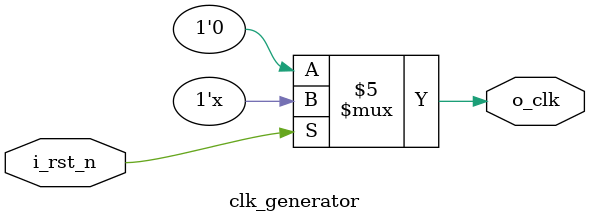
<source format=v>
module clk_generator (
    input  wire                    i_rst_n,
    output reg                     o_clk
);

always @ (*) begin
    if(!i_rst_n) begin
    o_clk = 0;
  end else begin
    o_clk = !o_clk;
  end
end

endmodule

</source>
